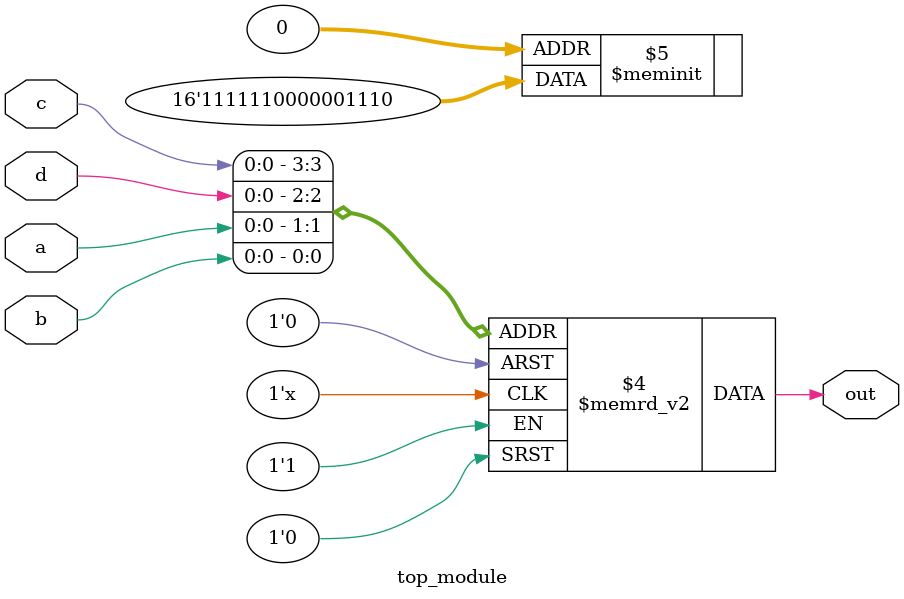
<source format=sv>
module top_module (
    input a, 
    input b,
    input c,
    input d,
    output reg out
);
    always @(*) begin
        case ({c, d, a, b})
            // 4-bit input corresponds to {c, d, a, b}
            4'b0001, // cd=00,ab=01
            4'b0010, // cd=00,ab=10
            4'b0011, // cd=00,ab=11
            4'b1010, // cd=10,ab=10
            4'b1011, // cd=10,ab=11
            4'b1100, // cd=11,ab=00
            4'b1101, // cd=11,ab=01
            4'b1110, // cd=11,ab=10
            4'b1111: // cd=11,ab=11
                out = 1;
            // 4-bit input corresponds to {c, d, a, b}
            4'b0000, // cd=00,ab=00
            4'b0100, // cd=01,ab=00
            4'b0101, // cd=01,ab=01
            4'b1000, // cd=10,ab=00
            4'b1001, // cd=10,ab=01
            4'b1100, // cd=11,ab=00
            4'b1010: // cd=10,ab=10 
                out = 0;
            default: // d is don't care and can be either 0 or 1
                out = 0; // Choose 0 for convenience in this example
        endcase
    end
endmodule

</source>
